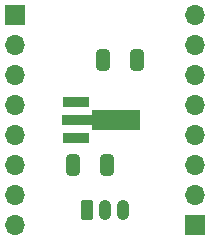
<source format=gbr>
%TF.GenerationSoftware,KiCad,Pcbnew,7.0.6*%
%TF.CreationDate,2023-08-24T15:38:01-04:00*%
%TF.ProjectId,t04mini,7430346d-696e-4692-9e6b-696361645f70,rev?*%
%TF.SameCoordinates,Original*%
%TF.FileFunction,Soldermask,Bot*%
%TF.FilePolarity,Negative*%
%FSLAX46Y46*%
G04 Gerber Fmt 4.6, Leading zero omitted, Abs format (unit mm)*
G04 Created by KiCad (PCBNEW 7.0.6) date 2023-08-24 15:38:01*
%MOMM*%
%LPD*%
G01*
G04 APERTURE LIST*
G04 Aperture macros list*
%AMRoundRect*
0 Rectangle with rounded corners*
0 $1 Rounding radius*
0 $2 $3 $4 $5 $6 $7 $8 $9 X,Y pos of 4 corners*
0 Add a 4 corners polygon primitive as box body*
4,1,4,$2,$3,$4,$5,$6,$7,$8,$9,$2,$3,0*
0 Add four circle primitives for the rounded corners*
1,1,$1+$1,$2,$3*
1,1,$1+$1,$4,$5*
1,1,$1+$1,$6,$7*
1,1,$1+$1,$8,$9*
0 Add four rect primitives between the rounded corners*
20,1,$1+$1,$2,$3,$4,$5,0*
20,1,$1+$1,$4,$5,$6,$7,0*
20,1,$1+$1,$6,$7,$8,$9,0*
20,1,$1+$1,$8,$9,$2,$3,0*%
%AMFreePoly0*
4,1,9,5.362500,-0.866500,1.237500,-0.866500,1.237500,-0.450000,-1.237500,-0.450000,-1.237500,0.450000,1.237500,0.450000,1.237500,0.866500,5.362500,0.866500,5.362500,-0.866500,5.362500,-0.866500,$1*%
G04 Aperture macros list end*
%ADD10R,2.300000X0.900000*%
%ADD11FreePoly0,0.000000*%
%ADD12RoundRect,0.250000X-0.265000X-0.615000X0.265000X-0.615000X0.265000X0.615000X-0.265000X0.615000X0*%
%ADD13O,1.030000X1.730000*%
%ADD14R,1.700000X1.700000*%
%ADD15O,1.700000X1.700000*%
%ADD16RoundRect,0.250000X-0.325000X-0.650000X0.325000X-0.650000X0.325000X0.650000X-0.325000X0.650000X0*%
G04 APERTURE END LIST*
D10*
%TO.C,U2*%
X133440000Y-113260000D03*
D11*
X133527500Y-111760000D03*
D10*
X133440000Y-110260000D03*
%TD*%
D12*
%TO.C,J3*%
X134390000Y-119380000D03*
D13*
X135890000Y-119380000D03*
X137390000Y-119380000D03*
%TD*%
D14*
%TO.C,J2*%
X143510000Y-120650000D03*
D15*
X143510000Y-118110000D03*
X143510000Y-115570000D03*
X143510000Y-113030000D03*
X143510000Y-110490000D03*
X143510000Y-107950000D03*
X143510000Y-105410000D03*
X143510000Y-102870000D03*
%TD*%
D14*
%TO.C,J1*%
X128270000Y-102870000D03*
D15*
X128270000Y-105410000D03*
X128270000Y-107950000D03*
X128270000Y-110490000D03*
X128270000Y-113030000D03*
X128270000Y-115570000D03*
X128270000Y-118110000D03*
X128270000Y-120650000D03*
%TD*%
D16*
%TO.C,C2*%
X135685000Y-106680000D03*
X138635000Y-106680000D03*
%TD*%
%TO.C,C1*%
X133145000Y-115570000D03*
X136095000Y-115570000D03*
%TD*%
M02*

</source>
